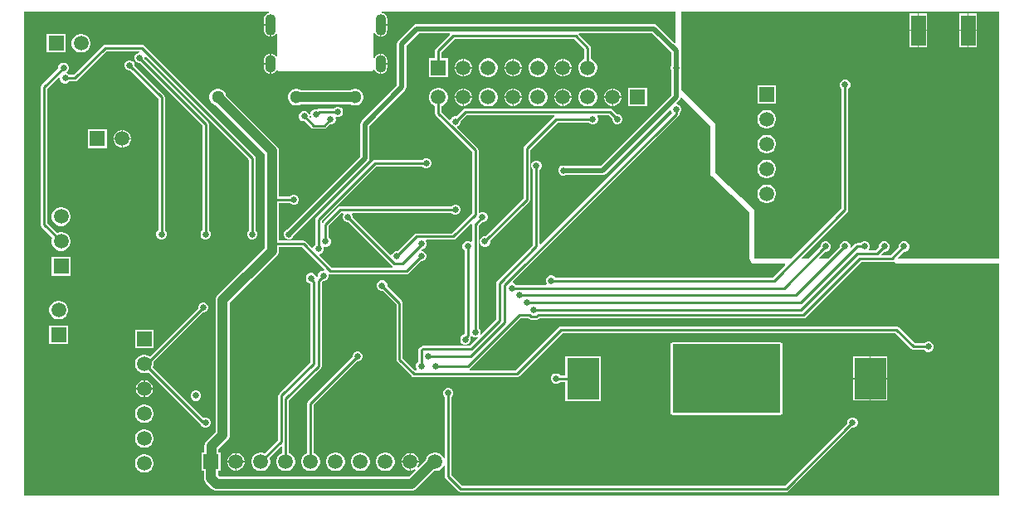
<source format=gbl>
G04*
G04 #@! TF.GenerationSoftware,Altium Limited,Altium Designer,21.6.1 (37)*
G04*
G04 Layer_Physical_Order=2*
G04 Layer_Color=16711680*
%FSLAX44Y44*%
%MOMM*%
G71*
G04*
G04 #@! TF.SameCoordinates,E457EF80-1144-4942-8A44-04504F566FFE*
G04*
G04*
G04 #@! TF.FilePolarity,Positive*
G04*
G01*
G75*
%ADD16C,0.2540*%
%ADD39R,1.5240X3.1640*%
%ADD81C,0.5080*%
%ADD83C,1.0160*%
%ADD85C,1.5240*%
%ADD86R,1.5000X1.5000*%
%ADD87C,1.5000*%
%ADD88R,1.5000X1.5000*%
G04:AMPARAMS|DCode=89|XSize=1.8mm|YSize=1.1mm|CornerRadius=0.55mm|HoleSize=0mm|Usage=FLASHONLY|Rotation=270.000|XOffset=0mm|YOffset=0mm|HoleType=Round|Shape=RoundedRectangle|*
%AMROUNDEDRECTD89*
21,1,1.8000,0.0000,0,0,270.0*
21,1,0.7000,1.1000,0,0,270.0*
1,1,1.1000,0.0000,-0.3500*
1,1,1.1000,0.0000,0.3500*
1,1,1.1000,0.0000,0.3500*
1,1,1.1000,0.0000,-0.3500*
%
%ADD89ROUNDEDRECTD89*%
G04:AMPARAMS|DCode=90|XSize=2.2mm|YSize=1.1mm|CornerRadius=0.55mm|HoleSize=0mm|Usage=FLASHONLY|Rotation=270.000|XOffset=0mm|YOffset=0mm|HoleType=Round|Shape=RoundedRectangle|*
%AMROUNDEDRECTD90*
21,1,2.2000,0.0000,0,0,270.0*
21,1,1.1000,1.1000,0,0,270.0*
1,1,1.1000,0.0000,-0.5500*
1,1,1.1000,0.0000,0.5500*
1,1,1.1000,0.0000,0.5500*
1,1,1.1000,0.0000,-0.5500*
%
%ADD90ROUNDEDRECTD90*%
%ADD91C,0.6500*%
%ADD92C,1.3000*%
%ADD93R,3.2000X4.2000*%
G36*
X667320Y465931D02*
X666147Y465445D01*
X648296Y483296D01*
X646784Y484307D01*
X645000Y484662D01*
X402976D01*
X401192Y484307D01*
X399680Y483296D01*
X384204Y467820D01*
X383193Y466308D01*
X382839Y464524D01*
Y421931D01*
X346704Y385796D01*
X345693Y384284D01*
X345338Y382500D01*
Y349431D01*
X271006Y275098D01*
X269508Y274478D01*
X268022Y272992D01*
X267218Y271051D01*
Y268949D01*
X268022Y267008D01*
X269508Y265522D01*
X271449Y264718D01*
X273551D01*
X275492Y265522D01*
X276978Y267008D01*
X277598Y268506D01*
X353296Y344204D01*
X354307Y345716D01*
X354661Y347500D01*
Y380569D01*
X390796Y416704D01*
X391807Y418216D01*
X392162Y420000D01*
Y462593D01*
X404907Y475338D01*
X436281D01*
X436807Y474068D01*
X422719Y459981D01*
X421990Y458888D01*
X421733Y457600D01*
Y449532D01*
X415568D01*
Y430468D01*
X434632D01*
Y449532D01*
X428467D01*
Y456205D01*
X441395Y469133D01*
X563605D01*
X574133Y458605D01*
Y448966D01*
X573821Y448882D01*
X571647Y447627D01*
X569873Y445853D01*
X568618Y443679D01*
X567968Y441255D01*
Y438745D01*
X568618Y436321D01*
X569873Y434147D01*
X571647Y432373D01*
X573821Y431118D01*
X576245Y430468D01*
X578755D01*
X581179Y431118D01*
X583353Y432373D01*
X585127Y434147D01*
X586382Y436321D01*
X587032Y438745D01*
Y441255D01*
X586382Y443679D01*
X585127Y445853D01*
X583353Y447627D01*
X581179Y448882D01*
X580867Y448966D01*
Y460000D01*
X580610Y461288D01*
X579881Y462381D01*
X568193Y474068D01*
X568719Y475338D01*
X643069D01*
X662839Y455569D01*
Y442548D01*
X662218Y441051D01*
Y438949D01*
X662839Y437452D01*
Y411931D01*
X590569Y339662D01*
X555048D01*
X553551Y340282D01*
X551449D01*
X549508Y339478D01*
X548022Y337992D01*
X547218Y336051D01*
Y333949D01*
X548022Y332008D01*
X549508Y330522D01*
X551449Y329718D01*
X553551D01*
X555048Y330338D01*
X592500D01*
X594284Y330693D01*
X595796Y331704D01*
X661045Y396952D01*
X662218Y396466D01*
Y396449D01*
X663022Y394508D01*
X663765Y393765D01*
X529540Y259540D01*
X528367Y260026D01*
Y335897D01*
X529478Y337008D01*
X530282Y338949D01*
Y341051D01*
X529478Y342992D01*
X527992Y344478D01*
X526051Y345282D01*
X523949D01*
X522008Y344478D01*
X520522Y342992D01*
X519718Y341051D01*
Y338949D01*
X520522Y337008D01*
X521633Y335897D01*
Y258895D01*
X485119Y222381D01*
X484390Y221288D01*
X484133Y220000D01*
Y182860D01*
X468403Y167130D01*
X467326Y167850D01*
X467782Y168949D01*
Y171051D01*
X466978Y172992D01*
X465867Y174103D01*
Y278605D01*
X469479Y282218D01*
X471051D01*
X472992Y283022D01*
X474478Y284508D01*
X475282Y286449D01*
Y288551D01*
X474478Y290492D01*
X472992Y291978D01*
X471051Y292782D01*
X468949D01*
X467137Y292031D01*
X465867Y292496D01*
Y355734D01*
X465610Y357023D01*
X464881Y358115D01*
X444329Y378666D01*
X444627Y380164D01*
X445492Y380522D01*
X446978Y382008D01*
X447782Y383949D01*
Y385521D01*
X453895Y391633D01*
X542957D01*
X543342Y390363D01*
X542619Y389881D01*
X512619Y359881D01*
X511890Y358788D01*
X511633Y357500D01*
Y306395D01*
X473021Y267782D01*
X471449D01*
X469508Y266978D01*
X468022Y265492D01*
X467218Y263551D01*
Y261449D01*
X468022Y259508D01*
X469508Y258022D01*
X471449Y257218D01*
X473551D01*
X475492Y258022D01*
X476978Y259508D01*
X477782Y261449D01*
Y263021D01*
X517381Y302619D01*
X518110Y303712D01*
X518367Y305000D01*
Y356105D01*
X546395Y384133D01*
X578397D01*
X579508Y383022D01*
X581449Y382218D01*
X583551D01*
X585492Y383022D01*
X586978Y384508D01*
X587782Y386449D01*
Y388551D01*
X587031Y390363D01*
X587496Y391633D01*
X598605D01*
X602218Y388021D01*
Y386449D01*
X603022Y384508D01*
X604508Y383022D01*
X606449Y382218D01*
X608551D01*
X610492Y383022D01*
X611978Y384508D01*
X612782Y386449D01*
Y388551D01*
X611978Y390492D01*
X610492Y391978D01*
X608551Y392782D01*
X606979D01*
X602381Y397381D01*
X601288Y398110D01*
X600000Y398367D01*
X452500D01*
X451212Y398110D01*
X450119Y397381D01*
X443021Y390282D01*
X441449D01*
X439508Y389478D01*
X438022Y387992D01*
X437664Y387127D01*
X436166Y386829D01*
X428467Y394529D01*
Y401034D01*
X428779Y401118D01*
X430953Y402373D01*
X432728Y404147D01*
X433982Y406321D01*
X434632Y408745D01*
Y411255D01*
X433982Y413679D01*
X432728Y415853D01*
X430953Y417627D01*
X428779Y418882D01*
X426355Y419532D01*
X423845D01*
X421421Y418882D01*
X419247Y417627D01*
X417472Y415853D01*
X416218Y413679D01*
X415568Y411255D01*
Y408745D01*
X416218Y406321D01*
X417472Y404147D01*
X419247Y402373D01*
X421421Y401118D01*
X421733Y401034D01*
Y393134D01*
X421990Y391846D01*
X422719Y390754D01*
X437406Y376068D01*
X437406Y376067D01*
X459133Y354340D01*
Y291395D01*
X438605Y270867D01*
X402500D01*
X401212Y270610D01*
X400119Y269881D01*
X383021Y252782D01*
X381449D01*
X379508Y251978D01*
X378022Y250492D01*
X377449Y249108D01*
X376045Y248717D01*
X337782Y286979D01*
Y288551D01*
X337031Y290363D01*
X337496Y291633D01*
X438397D01*
X439508Y290522D01*
X441449Y289718D01*
X443551D01*
X445492Y290522D01*
X446978Y292008D01*
X447782Y293949D01*
Y296051D01*
X446978Y297992D01*
X445492Y299478D01*
X443551Y300282D01*
X441449D01*
X439508Y299478D01*
X438397Y298367D01*
X325000D01*
X323712Y298110D01*
X322619Y297381D01*
X307619Y282381D01*
X307137Y281658D01*
X305867Y282043D01*
Y283605D01*
X361395Y339133D01*
X408397D01*
X409508Y338022D01*
X411449Y337218D01*
X413551D01*
X415492Y338022D01*
X416978Y339508D01*
X417782Y341449D01*
Y343551D01*
X416978Y345492D01*
X415492Y346978D01*
X413551Y347782D01*
X411449D01*
X409508Y346978D01*
X408397Y345867D01*
X360000D01*
X358712Y345610D01*
X357619Y344881D01*
X300119Y287381D01*
X299390Y286288D01*
X299133Y285000D01*
Y259103D01*
X298022Y257992D01*
X297449Y256608D01*
X296045Y256217D01*
X289881Y262381D01*
X288788Y263110D01*
X287500Y263367D01*
X262173D01*
Y301633D01*
X273397D01*
X274508Y300522D01*
X276449Y299718D01*
X278551D01*
X280492Y300522D01*
X281978Y302008D01*
X282782Y303949D01*
Y306051D01*
X281978Y307992D01*
X280492Y309478D01*
X278551Y310282D01*
X276449D01*
X274508Y309478D01*
X273397Y308367D01*
X262173D01*
Y355000D01*
X261929Y356857D01*
X261212Y358587D01*
X260072Y360072D01*
X208353Y411792D01*
X207951Y413293D01*
X206827Y415239D01*
X205239Y416827D01*
X203293Y417951D01*
X201123Y418532D01*
X198877D01*
X196707Y417951D01*
X194761Y416827D01*
X193173Y415239D01*
X192050Y413293D01*
X191468Y411123D01*
Y408877D01*
X192050Y406707D01*
X193173Y404761D01*
X194761Y403173D01*
X196707Y402049D01*
X198208Y401647D01*
X247827Y352029D01*
Y305000D01*
Y260000D01*
Y255471D01*
X199928Y207572D01*
X198788Y206087D01*
X198071Y204357D01*
X197827Y202500D01*
Y67971D01*
X188294Y58439D01*
X187154Y56953D01*
X186437Y55223D01*
X186193Y53366D01*
Y47032D01*
X183468D01*
Y27968D01*
X185827D01*
Y20952D01*
X186071Y19095D01*
X186788Y17365D01*
X187928Y15879D01*
X193879Y9928D01*
X195365Y8788D01*
X197095Y8071D01*
X198952Y7827D01*
X397790D01*
X399647Y8071D01*
X401377Y8788D01*
X402863Y9928D01*
X420903Y27968D01*
X422855D01*
X425279Y28618D01*
X427453Y29873D01*
X429227Y31647D01*
X430363Y33614D01*
X431101Y33591D01*
X431633Y33393D01*
Y22500D01*
X431890Y21212D01*
X432619Y20119D01*
X445119Y7619D01*
X446212Y6890D01*
X447500Y6633D01*
X780000D01*
X781288Y6890D01*
X782381Y7619D01*
X846979Y72218D01*
X848551D01*
X850492Y73022D01*
X851978Y74508D01*
X852782Y76449D01*
Y78551D01*
X851978Y80492D01*
X850492Y81978D01*
X848551Y82782D01*
X846449D01*
X844508Y81978D01*
X843022Y80492D01*
X842218Y78551D01*
Y76979D01*
X778605Y13367D01*
X448895D01*
X438367Y23895D01*
Y103397D01*
X439478Y104508D01*
X440282Y106449D01*
Y108551D01*
X439478Y110492D01*
X437992Y111978D01*
X436051Y112782D01*
X433949D01*
X432008Y111978D01*
X430522Y110492D01*
X429718Y108551D01*
Y106449D01*
X430522Y104508D01*
X431633Y103397D01*
Y41607D01*
X431101Y41409D01*
X430363Y41385D01*
X429227Y43353D01*
X427453Y45128D01*
X425279Y46382D01*
X422855Y47032D01*
X420345D01*
X417921Y46382D01*
X415747Y45128D01*
X413973Y43353D01*
X412718Y41179D01*
X412312Y39667D01*
X404580Y31934D01*
X403563Y32714D01*
X404372Y34115D01*
X404970Y36345D01*
Y36865D01*
X396835D01*
Y28730D01*
X397355D01*
X399585Y29328D01*
X400986Y30137D01*
X401766Y29120D01*
X394819Y22173D01*
X201923D01*
X200173Y23923D01*
Y27968D01*
X202532D01*
Y47032D01*
X200540D01*
Y50395D01*
X210072Y59928D01*
X211212Y61413D01*
X211929Y63143D01*
X212173Y65000D01*
Y199529D01*
X260072Y247428D01*
X261212Y248913D01*
X261929Y250643D01*
X262173Y252500D01*
Y256633D01*
X286105D01*
X308783Y233956D01*
X308161Y232782D01*
X306449D01*
X304508Y231978D01*
X303022Y230492D01*
X302218Y228551D01*
Y227110D01*
X301239Y226277D01*
X300051Y226608D01*
X299478Y227992D01*
X297992Y229478D01*
X296051Y230282D01*
X293949D01*
X292008Y229478D01*
X290522Y227992D01*
X289718Y226051D01*
Y223949D01*
X290522Y222008D01*
X292008Y220522D01*
X293949Y219718D01*
X294133D01*
Y138895D01*
X262619Y107381D01*
X261890Y106288D01*
X261649Y105079D01*
X261518Y104882D01*
X261261Y103594D01*
Y59722D01*
X247759Y46221D01*
X247479Y46382D01*
X245055Y47032D01*
X242545D01*
X240121Y46382D01*
X237947Y45128D01*
X236173Y43353D01*
X234918Y41179D01*
X234268Y38755D01*
Y36245D01*
X234918Y33821D01*
X236173Y31647D01*
X237947Y29873D01*
X240121Y28618D01*
X242545Y27968D01*
X245055D01*
X247479Y28618D01*
X249653Y29873D01*
X251427Y31647D01*
X252682Y33821D01*
X253332Y36245D01*
Y38755D01*
X252682Y41179D01*
X252521Y41459D01*
X264660Y53599D01*
X265833Y53113D01*
Y46466D01*
X265521Y46382D01*
X263347Y45128D01*
X261572Y43353D01*
X260318Y41179D01*
X259668Y38755D01*
Y36245D01*
X260318Y33821D01*
X261572Y31647D01*
X263347Y29873D01*
X265521Y28618D01*
X267945Y27968D01*
X270455D01*
X272879Y28618D01*
X275053Y29873D01*
X276828Y31647D01*
X278082Y33821D01*
X278732Y36245D01*
Y38755D01*
X278082Y41179D01*
X276828Y43353D01*
X275053Y45128D01*
X272879Y46382D01*
X272567Y46466D01*
Y100306D01*
X304881Y132619D01*
X305610Y133712D01*
X305867Y135000D01*
Y221105D01*
X306979Y222218D01*
X308551D01*
X310492Y223022D01*
X311978Y224508D01*
X312782Y226449D01*
Y228483D01*
X313321Y229018D01*
X313818Y229368D01*
X315000Y229133D01*
X392500D01*
X393788Y229390D01*
X394881Y230119D01*
X406979Y242218D01*
X408551D01*
X410492Y243022D01*
X411978Y244508D01*
X412782Y246449D01*
Y248551D01*
X411978Y250492D01*
X410492Y251978D01*
X408551Y252782D01*
X408019D01*
X407465Y254020D01*
X408010Y254718D01*
X408551D01*
X410492Y255522D01*
X411978Y257008D01*
X412782Y258949D01*
Y261051D01*
X412031Y262863D01*
X412496Y264133D01*
X440000D01*
X441288Y264390D01*
X442381Y265119D01*
X457982Y280721D01*
X459152Y280095D01*
X459133Y280000D01*
Y262496D01*
X457863Y262031D01*
X456051Y262782D01*
X453949D01*
X452008Y261978D01*
X450522Y260492D01*
X449718Y258551D01*
Y256449D01*
X450522Y254508D01*
X451633Y253397D01*
Y167782D01*
X451449D01*
X449508Y166978D01*
X448022Y165492D01*
X447218Y163551D01*
Y161449D01*
X448022Y159508D01*
X449508Y158022D01*
X451449Y157218D01*
X453551D01*
X455492Y158022D01*
X456978Y159508D01*
X457782Y161449D01*
Y163551D01*
X457619Y163944D01*
X458110Y164680D01*
X458184Y165050D01*
X459492Y165516D01*
X459568Y165497D01*
X461449Y164718D01*
X463551D01*
X464650Y165174D01*
X465370Y164097D01*
X457140Y155867D01*
X408988D01*
X407700Y155610D01*
X406607Y154881D01*
X405119Y153393D01*
X404390Y152301D01*
X404133Y151012D01*
Y139103D01*
X403022Y137992D01*
X402218Y136051D01*
Y133949D01*
X402948Y132187D01*
X402394Y131052D01*
X401327Y130934D01*
X388746Y143516D01*
Y199621D01*
X388489Y200910D01*
X387760Y202002D01*
X372782Y216979D01*
Y218551D01*
X371978Y220492D01*
X370492Y221978D01*
X368551Y222782D01*
X366449D01*
X364508Y221978D01*
X363022Y220492D01*
X362218Y218551D01*
Y216449D01*
X363022Y214508D01*
X364508Y213022D01*
X366449Y212218D01*
X368021D01*
X382012Y198227D01*
Y142121D01*
X382268Y140833D01*
X382998Y139740D01*
X397619Y125119D01*
X398712Y124390D01*
X400000Y124133D01*
X505000D01*
X506288Y124390D01*
X507381Y125119D01*
X551395Y169133D01*
X891105D01*
X907619Y152619D01*
X908712Y151890D01*
X910000Y151633D01*
X920897D01*
X922008Y150522D01*
X923949Y149718D01*
X926051D01*
X927992Y150522D01*
X929478Y152008D01*
X930282Y153949D01*
Y156051D01*
X929478Y157992D01*
X927992Y159478D01*
X926051Y160282D01*
X923949D01*
X922008Y159478D01*
X920897Y158367D01*
X911395D01*
X894881Y174881D01*
X893788Y175610D01*
X892500Y175867D01*
X550000D01*
X548712Y175610D01*
X547619Y174881D01*
X503605Y130867D01*
X457043D01*
X456658Y132137D01*
X457381Y132619D01*
X508895Y184133D01*
X516839D01*
X517406Y183567D01*
X518498Y182838D01*
X519786Y182581D01*
X525214D01*
X526502Y182838D01*
X527594Y183567D01*
X528161Y184133D01*
X797500D01*
X798788Y184390D01*
X799881Y185119D01*
X856395Y241633D01*
X887500D01*
X888788Y241890D01*
X889549Y242398D01*
X890258Y241338D01*
X890258Y241338D01*
X891938Y240215D01*
X893921Y239820D01*
X997410D01*
Y2590D01*
X2590D01*
Y497410D01*
X252088D01*
X252171Y496140D01*
X251833Y496096D01*
X250186Y495414D01*
X248772Y494328D01*
X247686Y492914D01*
X247004Y491267D01*
X246772Y489500D01*
Y484635D01*
X253600D01*
Y484000D01*
X254235D01*
Y471755D01*
X255367Y471904D01*
X257014Y472586D01*
X258428Y473672D01*
X259140Y474599D01*
X260410Y474168D01*
Y451832D01*
X259140Y451401D01*
X258428Y452328D01*
X257014Y453414D01*
X255367Y454096D01*
X254235Y454245D01*
Y444000D01*
Y433755D01*
X255367Y433904D01*
X257014Y434586D01*
X258428Y435672D01*
X259514Y437086D01*
X259584Y437255D01*
X261017Y437396D01*
X261169Y437169D01*
X262009Y436608D01*
X263000Y436410D01*
X356000D01*
X356991Y436608D01*
X357831Y437169D01*
X358354Y437951D01*
X358687Y438015D01*
X359693Y438036D01*
X360086Y437086D01*
X361172Y435672D01*
X362586Y434586D01*
X364233Y433904D01*
X365365Y433755D01*
Y444000D01*
Y454245D01*
X364233Y454096D01*
X362586Y453414D01*
X361172Y452328D01*
X360086Y450914D01*
X359860Y450367D01*
X358590Y450619D01*
Y475381D01*
X359860Y475633D01*
X360086Y475086D01*
X361172Y473672D01*
X362586Y472586D01*
X364233Y471904D01*
X365365Y471755D01*
Y484000D01*
X366000D01*
Y484635D01*
X372828D01*
Y489500D01*
X372596Y491267D01*
X371914Y492914D01*
X370828Y494328D01*
X369414Y495414D01*
X367767Y496096D01*
X367429Y496140D01*
X367512Y497410D01*
X667320D01*
Y465931D01*
D02*
G37*
G36*
X327394Y291448D02*
X327948Y290313D01*
X327218Y288551D01*
Y286449D01*
X328022Y284508D01*
X329508Y283022D01*
X331449Y282218D01*
X333021D01*
X377619Y237619D01*
X378342Y237137D01*
X377957Y235867D01*
X316395D01*
X303717Y248545D01*
X304108Y249949D01*
X305492Y250522D01*
X306978Y252008D01*
X307782Y253949D01*
Y256051D01*
X307644Y256384D01*
X308616Y257356D01*
X308949Y257218D01*
X311051D01*
X312992Y258022D01*
X314478Y259508D01*
X315282Y261449D01*
Y263551D01*
X314478Y265492D01*
X313367Y266603D01*
Y278605D01*
X326327Y291566D01*
X327394Y291448D01*
D02*
G37*
G36*
X997410Y245000D02*
X893921D01*
X893435Y246173D01*
X899479Y252218D01*
X901051D01*
X902992Y253022D01*
X904478Y254508D01*
X905282Y256449D01*
Y258551D01*
X904478Y260492D01*
X902992Y261978D01*
X901051Y262782D01*
X898949D01*
X897008Y261978D01*
X895522Y260492D01*
X894718Y258551D01*
Y256979D01*
X886105Y248367D01*
X877287D01*
X876801Y249540D01*
X879479Y252218D01*
X881051D01*
X882992Y253022D01*
X884478Y254508D01*
X885282Y256449D01*
Y258551D01*
X884478Y260492D01*
X882992Y261978D01*
X881051Y262782D01*
X878949D01*
X877008Y261978D01*
X875522Y260492D01*
X874718Y258551D01*
Y256979D01*
X871105Y253367D01*
X864996D01*
X864531Y254637D01*
X865282Y256449D01*
Y258551D01*
X864478Y260492D01*
X862992Y261978D01*
X861051Y262782D01*
X858949D01*
X857008Y261978D01*
X855897Y260867D01*
X852500D01*
X851212Y260610D01*
X850119Y259881D01*
X846456Y256217D01*
X845282Y256839D01*
Y258551D01*
X844478Y260492D01*
X842992Y261978D01*
X841051Y262782D01*
X838949D01*
X837008Y261978D01*
X835522Y260492D01*
X834718Y258551D01*
Y256979D01*
X822739Y245000D01*
X813921D01*
X813435Y246173D01*
X819479Y252218D01*
X821051D01*
X822992Y253022D01*
X824478Y254508D01*
X825282Y256449D01*
Y258551D01*
X824478Y260492D01*
X822992Y261978D01*
X821051Y262782D01*
X818949D01*
X817008Y261978D01*
X815522Y260492D01*
X814718Y258551D01*
Y256979D01*
X802739Y245000D01*
X796421D01*
X795935Y246173D01*
X842381Y292619D01*
X843110Y293712D01*
X843367Y295000D01*
Y418397D01*
X844478Y419508D01*
X845282Y421449D01*
Y423551D01*
X844478Y425492D01*
X842992Y426978D01*
X841051Y427782D01*
X838949D01*
X837008Y426978D01*
X835522Y425492D01*
X834718Y423551D01*
Y421449D01*
X835522Y419508D01*
X836633Y418397D01*
Y296395D01*
X785239Y245000D01*
X747500D01*
Y295000D01*
X707500Y332500D01*
Y382500D01*
X672500Y417500D01*
Y438269D01*
X672782Y438949D01*
Y441051D01*
X672500Y441731D01*
Y497410D01*
X997410D01*
Y245000D01*
D02*
G37*
G36*
X702320Y380355D02*
Y332500D01*
X702337Y332417D01*
X702323Y332333D01*
X702534Y331429D01*
X702715Y330518D01*
X702762Y330447D01*
X702781Y330365D01*
X703322Y329610D01*
X703838Y328838D01*
X703908Y328790D01*
X703958Y328721D01*
X742320Y292756D01*
Y245000D01*
X742715Y243018D01*
X743838Y241338D01*
X745518Y240215D01*
X747500Y239820D01*
X778400D01*
X778886Y238647D01*
X766105Y225867D01*
X544103D01*
X542992Y226978D01*
X541051Y227782D01*
X538949D01*
X537008Y226978D01*
X535522Y225492D01*
X534718Y223551D01*
Y221449D01*
X535469Y219637D01*
X535004Y218367D01*
X504103D01*
X502992Y219478D01*
X501440Y220121D01*
X500978Y221455D01*
X669809Y390287D01*
X670539Y391379D01*
X670795Y392667D01*
Y393325D01*
X671978Y394508D01*
X672782Y396449D01*
Y398551D01*
X671978Y400492D01*
X670492Y401978D01*
X668551Y402782D01*
X668534D01*
X668048Y403955D01*
X670796Y406704D01*
X671807Y408216D01*
X671949Y408930D01*
X673327Y409348D01*
X702320Y380355D01*
D02*
G37*
%LPC*%
G36*
X252965Y483365D02*
X246772D01*
Y478500D01*
X247004Y476733D01*
X247686Y475086D01*
X248772Y473672D01*
X250186Y472586D01*
X251833Y471904D01*
X252965Y471755D01*
Y483365D01*
D02*
G37*
G36*
X372828D02*
X366635D01*
Y471755D01*
X367767Y471904D01*
X369414Y472586D01*
X370828Y473672D01*
X371914Y475086D01*
X372596Y476733D01*
X372828Y478500D01*
Y483365D01*
D02*
G37*
G36*
X61655Y474532D02*
X59145D01*
X56721Y473882D01*
X54547Y472627D01*
X52772Y470853D01*
X51518Y468679D01*
X50868Y466255D01*
Y463745D01*
X51518Y461321D01*
X52772Y459147D01*
X54547Y457373D01*
X56721Y456118D01*
X59145Y455468D01*
X61655D01*
X64079Y456118D01*
X66253Y457373D01*
X68028Y459147D01*
X69282Y461321D01*
X69932Y463745D01*
Y466255D01*
X69282Y468679D01*
X68028Y470853D01*
X66253Y472627D01*
X64079Y473882D01*
X61655Y474532D01*
D02*
G37*
G36*
X44532D02*
X25468D01*
Y455468D01*
X44532D01*
Y474532D01*
D02*
G37*
G36*
X366635Y454245D02*
Y444635D01*
X372828D01*
Y447500D01*
X372596Y449267D01*
X371914Y450914D01*
X370828Y452328D01*
X369414Y453414D01*
X367767Y454096D01*
X366635Y454245D01*
D02*
G37*
G36*
X252965D02*
X251833Y454096D01*
X250186Y453414D01*
X248772Y452328D01*
X247686Y450914D01*
X247004Y449267D01*
X246772Y447500D01*
Y444635D01*
X252965D01*
Y454245D01*
D02*
G37*
G36*
X553255Y448770D02*
X552735D01*
Y440635D01*
X560870D01*
Y441155D01*
X560272Y443385D01*
X559118Y445385D01*
X557485Y447018D01*
X555485Y448172D01*
X553255Y448770D01*
D02*
G37*
G36*
X551465D02*
X550945D01*
X548715Y448172D01*
X546715Y447018D01*
X545082Y445385D01*
X543928Y443385D01*
X543330Y441155D01*
Y440635D01*
X551465D01*
Y448770D01*
D02*
G37*
G36*
X502454D02*
X501935D01*
Y440635D01*
X510070D01*
Y441155D01*
X509472Y443385D01*
X508318Y445385D01*
X506685Y447018D01*
X504685Y448172D01*
X502454Y448770D01*
D02*
G37*
G36*
X500665D02*
X500145D01*
X497915Y448172D01*
X495915Y447018D01*
X494282Y445385D01*
X493128Y443385D01*
X492530Y441155D01*
Y440635D01*
X500665D01*
Y448770D01*
D02*
G37*
G36*
X451655D02*
X451135D01*
Y440635D01*
X459270D01*
Y441155D01*
X458672Y443385D01*
X457518Y445385D01*
X455885Y447018D01*
X453885Y448172D01*
X451655Y448770D01*
D02*
G37*
G36*
X449865D02*
X449345D01*
X447115Y448172D01*
X445115Y447018D01*
X443482Y445385D01*
X442328Y443385D01*
X441730Y441155D01*
Y440635D01*
X449865D01*
Y448770D01*
D02*
G37*
G36*
X252965Y443365D02*
X246772D01*
Y440500D01*
X247004Y438733D01*
X247686Y437086D01*
X248772Y435672D01*
X250186Y434586D01*
X251833Y433904D01*
X252965Y433755D01*
Y443365D01*
D02*
G37*
G36*
X372828D02*
X366635D01*
Y433755D01*
X367767Y433904D01*
X369414Y434586D01*
X370828Y435672D01*
X371914Y437086D01*
X372596Y438733D01*
X372828Y440500D01*
Y443365D01*
D02*
G37*
G36*
X560870Y439365D02*
X552735D01*
Y431230D01*
X553255D01*
X555485Y431828D01*
X557485Y432982D01*
X559118Y434615D01*
X560272Y436615D01*
X560870Y438845D01*
Y439365D01*
D02*
G37*
G36*
X551465D02*
X543330D01*
Y438845D01*
X543928Y436615D01*
X545082Y434615D01*
X546715Y432982D01*
X548715Y431828D01*
X550945Y431230D01*
X551465D01*
Y439365D01*
D02*
G37*
G36*
X510070D02*
X501935D01*
Y431230D01*
X502454D01*
X504685Y431828D01*
X506685Y432982D01*
X508318Y434615D01*
X509472Y436615D01*
X510070Y438845D01*
Y439365D01*
D02*
G37*
G36*
X500665D02*
X492530D01*
Y438845D01*
X493128Y436615D01*
X494282Y434615D01*
X495915Y432982D01*
X497915Y431828D01*
X500145Y431230D01*
X500665D01*
Y439365D01*
D02*
G37*
G36*
X459270D02*
X451135D01*
Y431230D01*
X451655D01*
X453885Y431828D01*
X455885Y432982D01*
X457518Y434615D01*
X458672Y436615D01*
X459270Y438845D01*
Y439365D01*
D02*
G37*
G36*
X449865D02*
X441730D01*
Y438845D01*
X442328Y436615D01*
X443482Y434615D01*
X445115Y432982D01*
X447115Y431828D01*
X449345Y431230D01*
X449865D01*
Y439365D01*
D02*
G37*
G36*
X527955Y449532D02*
X525445D01*
X523021Y448882D01*
X520847Y447627D01*
X519072Y445853D01*
X517818Y443679D01*
X517168Y441255D01*
Y438745D01*
X517818Y436321D01*
X519072Y434147D01*
X520847Y432373D01*
X523021Y431118D01*
X525445Y430468D01*
X527955D01*
X530379Y431118D01*
X532553Y432373D01*
X534328Y434147D01*
X535582Y436321D01*
X536232Y438745D01*
Y441255D01*
X535582Y443679D01*
X534328Y445853D01*
X532553Y447627D01*
X530379Y448882D01*
X527955Y449532D01*
D02*
G37*
G36*
X477155D02*
X474645D01*
X472221Y448882D01*
X470047Y447627D01*
X468273Y445853D01*
X467018Y443679D01*
X466368Y441255D01*
Y438745D01*
X467018Y436321D01*
X468273Y434147D01*
X470047Y432373D01*
X472221Y431118D01*
X474645Y430468D01*
X477155D01*
X479579Y431118D01*
X481753Y432373D01*
X483527Y434147D01*
X484782Y436321D01*
X485432Y438745D01*
Y441255D01*
X484782Y443679D01*
X483527Y445853D01*
X481753Y447627D01*
X479579Y448882D01*
X477155Y449532D01*
D02*
G37*
G36*
X341123Y418532D02*
X338877D01*
X336707Y417951D01*
X335361Y417173D01*
X284639D01*
X283293Y417951D01*
X281123Y418532D01*
X278877D01*
X276707Y417951D01*
X274761Y416827D01*
X273173Y415239D01*
X272049Y413293D01*
X271468Y411123D01*
Y408877D01*
X272049Y406707D01*
X273173Y404761D01*
X274761Y403173D01*
X276707Y402049D01*
X278877Y401468D01*
X281123D01*
X283293Y402049D01*
X284639Y402827D01*
X335361D01*
X336707Y402049D01*
X338877Y401468D01*
X341123D01*
X343293Y402049D01*
X345239Y403173D01*
X346827Y404761D01*
X347951Y406707D01*
X348532Y408877D01*
Y411123D01*
X347951Y413293D01*
X346827Y415239D01*
X345239Y416827D01*
X343293Y417951D01*
X341123Y418532D01*
D02*
G37*
G36*
X502454Y418770D02*
X501935D01*
Y410635D01*
X510070D01*
Y411155D01*
X509472Y413385D01*
X508318Y415385D01*
X506685Y417018D01*
X504685Y418172D01*
X502454Y418770D01*
D02*
G37*
G36*
X604054D02*
X603535D01*
Y410635D01*
X611670D01*
Y411155D01*
X611072Y413385D01*
X609918Y415385D01*
X608285Y417018D01*
X606285Y418172D01*
X604054Y418770D01*
D02*
G37*
G36*
X553255D02*
X552735D01*
Y410635D01*
X560870D01*
Y411155D01*
X560272Y413385D01*
X559118Y415385D01*
X557485Y417018D01*
X555485Y418172D01*
X553255Y418770D01*
D02*
G37*
G36*
X451655D02*
X451135D01*
Y410635D01*
X459270D01*
Y411155D01*
X458672Y413385D01*
X457518Y415385D01*
X455885Y417018D01*
X453885Y418172D01*
X451655Y418770D01*
D02*
G37*
G36*
X500665D02*
X500145D01*
X497915Y418172D01*
X495915Y417018D01*
X494282Y415385D01*
X493128Y413385D01*
X492530Y411155D01*
Y410635D01*
X500665D01*
Y418770D01*
D02*
G37*
G36*
X602265D02*
X601745D01*
X599515Y418172D01*
X597515Y417018D01*
X595882Y415385D01*
X594728Y413385D01*
X594130Y411155D01*
Y410635D01*
X602265D01*
Y418770D01*
D02*
G37*
G36*
X551465D02*
X550945D01*
X548715Y418172D01*
X546715Y417018D01*
X545082Y415385D01*
X543928Y413385D01*
X543330Y411155D01*
Y410635D01*
X551465D01*
Y418770D01*
D02*
G37*
G36*
X449865D02*
X449345D01*
X447115Y418172D01*
X445115Y417018D01*
X443482Y415385D01*
X442328Y413385D01*
X441730Y411155D01*
Y410635D01*
X449865D01*
Y418770D01*
D02*
G37*
G36*
X611670Y409365D02*
X603535D01*
Y401230D01*
X604054D01*
X606285Y401828D01*
X608285Y402982D01*
X609918Y404615D01*
X611072Y406615D01*
X611670Y408845D01*
Y409365D01*
D02*
G37*
G36*
X602265D02*
X594130D01*
Y408845D01*
X594728Y406615D01*
X595882Y404615D01*
X597515Y402982D01*
X599515Y401828D01*
X601745Y401230D01*
X602265D01*
Y409365D01*
D02*
G37*
G36*
X560870D02*
X552735D01*
Y401230D01*
X553255D01*
X555485Y401828D01*
X557485Y402982D01*
X559118Y404615D01*
X560272Y406615D01*
X560870Y408845D01*
Y409365D01*
D02*
G37*
G36*
X551465D02*
X543330D01*
Y408845D01*
X543928Y406615D01*
X545082Y404615D01*
X546715Y402982D01*
X548715Y401828D01*
X550945Y401230D01*
X551465D01*
Y409365D01*
D02*
G37*
G36*
X510070D02*
X501935D01*
Y401230D01*
X502454D01*
X504685Y401828D01*
X506685Y402982D01*
X508318Y404615D01*
X509472Y406615D01*
X510070Y408845D01*
Y409365D01*
D02*
G37*
G36*
X500665D02*
X492530D01*
Y408845D01*
X493128Y406615D01*
X494282Y404615D01*
X495915Y402982D01*
X497915Y401828D01*
X500145Y401230D01*
X500665D01*
Y409365D01*
D02*
G37*
G36*
X459270D02*
X451135D01*
Y401230D01*
X451655D01*
X453885Y401828D01*
X455885Y402982D01*
X457518Y404615D01*
X458672Y406615D01*
X459270Y408845D01*
Y409365D01*
D02*
G37*
G36*
X449865D02*
X441730D01*
Y408845D01*
X442328Y406615D01*
X443482Y404615D01*
X445115Y402982D01*
X447115Y401828D01*
X449345Y401230D01*
X449865D01*
Y409365D01*
D02*
G37*
G36*
X637832Y419532D02*
X618768D01*
Y400468D01*
X637832D01*
Y419532D01*
D02*
G37*
G36*
X578755D02*
X576245D01*
X573821Y418882D01*
X571647Y417627D01*
X569873Y415853D01*
X568618Y413679D01*
X567968Y411255D01*
Y408745D01*
X568618Y406321D01*
X569873Y404147D01*
X571647Y402373D01*
X573821Y401118D01*
X576245Y400468D01*
X578755D01*
X581179Y401118D01*
X583353Y402373D01*
X585127Y404147D01*
X586382Y406321D01*
X587032Y408745D01*
Y411255D01*
X586382Y413679D01*
X585127Y415853D01*
X583353Y417627D01*
X581179Y418882D01*
X578755Y419532D01*
D02*
G37*
G36*
X527955D02*
X525445D01*
X523021Y418882D01*
X520847Y417627D01*
X519072Y415853D01*
X517818Y413679D01*
X517168Y411255D01*
Y408745D01*
X517818Y406321D01*
X519072Y404147D01*
X520847Y402373D01*
X523021Y401118D01*
X525445Y400468D01*
X527955D01*
X530379Y401118D01*
X532553Y402373D01*
X534328Y404147D01*
X535582Y406321D01*
X536232Y408745D01*
Y411255D01*
X535582Y413679D01*
X534328Y415853D01*
X532553Y417627D01*
X530379Y418882D01*
X527955Y419532D01*
D02*
G37*
G36*
X477155D02*
X474645D01*
X472221Y418882D01*
X470047Y417627D01*
X468273Y415853D01*
X467018Y413679D01*
X466368Y411255D01*
Y408745D01*
X467018Y406321D01*
X468273Y404147D01*
X470047Y402373D01*
X472221Y401118D01*
X474645Y400468D01*
X477155D01*
X479579Y401118D01*
X481753Y402373D01*
X483527Y404147D01*
X484782Y406321D01*
X485432Y408745D01*
Y411255D01*
X484782Y413679D01*
X483527Y415853D01*
X481753Y417627D01*
X479579Y418882D01*
X477155Y419532D01*
D02*
G37*
G36*
X323551Y400282D02*
X321449D01*
X319508Y399478D01*
X318397Y398367D01*
X303468D01*
X302180Y398110D01*
X301444Y397619D01*
X301051Y397782D01*
X298949D01*
X297008Y396978D01*
X295522Y395492D01*
X294718Y393551D01*
Y391449D01*
X295522Y389508D01*
X294595Y388680D01*
X293304Y389971D01*
Y391543D01*
X292500Y393484D01*
X291014Y394970D01*
X289073Y395774D01*
X286971D01*
X285030Y394970D01*
X283544Y393484D01*
X282740Y391543D01*
Y389441D01*
X283544Y387500D01*
X285030Y386014D01*
X286971Y385210D01*
X288543D01*
X295186Y378567D01*
X296278Y377838D01*
X297566Y377581D01*
X308448D01*
X309736Y377838D01*
X310829Y378567D01*
X314479Y382218D01*
X316051D01*
X317992Y383022D01*
X319478Y384508D01*
X320282Y386449D01*
Y388551D01*
X320144Y388884D01*
X321116Y389856D01*
X321449Y389718D01*
X323551D01*
X325492Y390522D01*
X326978Y392008D01*
X327782Y393949D01*
Y396051D01*
X326978Y397992D01*
X325492Y399478D01*
X323551Y400282D01*
D02*
G37*
G36*
X103655Y376270D02*
X103135D01*
Y368135D01*
X111270D01*
Y368655D01*
X110672Y370885D01*
X109518Y372885D01*
X107885Y374518D01*
X105885Y375672D01*
X103655Y376270D01*
D02*
G37*
G36*
X101865D02*
X101345D01*
X99115Y375672D01*
X97115Y374518D01*
X95482Y372885D01*
X94328Y370885D01*
X93730Y368655D01*
Y368135D01*
X101865D01*
Y376270D01*
D02*
G37*
G36*
X111270Y366865D02*
X103135D01*
Y358730D01*
X103655D01*
X105885Y359328D01*
X107885Y360482D01*
X109518Y362115D01*
X110672Y364115D01*
X111270Y366345D01*
Y366865D01*
D02*
G37*
G36*
X101865D02*
X93730D01*
Y366345D01*
X94328Y364115D01*
X95482Y362115D01*
X97115Y360482D01*
X99115Y359328D01*
X101345Y358730D01*
X101865D01*
Y366865D01*
D02*
G37*
G36*
X86632Y377032D02*
X67568D01*
Y357968D01*
X86632D01*
Y377032D01*
D02*
G37*
G36*
X41255Y297432D02*
X38745D01*
X36321Y296782D01*
X34147Y295527D01*
X32373Y293753D01*
X31118Y291579D01*
X30468Y289155D01*
Y286645D01*
X31118Y284221D01*
X32373Y282047D01*
X34147Y280273D01*
X36321Y279018D01*
X38745Y278368D01*
X41255D01*
X43679Y279018D01*
X45853Y280273D01*
X47628Y282047D01*
X48882Y284221D01*
X49532Y286645D01*
Y289155D01*
X48882Y291579D01*
X47628Y293753D01*
X45853Y295527D01*
X43679Y296782D01*
X41255Y297432D01*
D02*
G37*
G36*
X122500Y463367D02*
X85000D01*
X83712Y463110D01*
X82619Y462381D01*
X52902Y432663D01*
X48400D01*
X47289Y433774D01*
X45940Y434333D01*
X45791Y434730D01*
X45722Y435752D01*
X46978Y437008D01*
X47782Y438949D01*
Y441051D01*
X46978Y442992D01*
X45492Y444478D01*
X43551Y445282D01*
X41449D01*
X39508Y444478D01*
X38022Y442992D01*
X37218Y441051D01*
Y439479D01*
X20119Y422381D01*
X19390Y421288D01*
X19133Y420000D01*
Y280000D01*
X19390Y278712D01*
X20119Y277619D01*
X31279Y266459D01*
X31118Y266179D01*
X30468Y263755D01*
Y261245D01*
X31118Y258821D01*
X32373Y256647D01*
X34147Y254872D01*
X36321Y253618D01*
X38745Y252968D01*
X41255D01*
X43679Y253618D01*
X45853Y254872D01*
X47628Y256647D01*
X48882Y258821D01*
X49532Y261245D01*
Y263755D01*
X48882Y266179D01*
X47628Y268353D01*
X45853Y270128D01*
X43679Y271382D01*
X41255Y272032D01*
X38745D01*
X36321Y271382D01*
X36041Y271221D01*
X25867Y281395D01*
Y418605D01*
X37841Y430580D01*
X39015Y429957D01*
Y428246D01*
X39819Y426305D01*
X41305Y424819D01*
X43246Y424015D01*
X45347D01*
X47289Y424819D01*
X48400Y425930D01*
X54297D01*
X55585Y426186D01*
X56677Y426916D01*
X86395Y456633D01*
X119940D01*
X119989Y456552D01*
X119271Y455282D01*
X118949D01*
X117008Y454478D01*
X115522Y452992D01*
X114718Y451051D01*
Y448949D01*
X115522Y447008D01*
X117008Y445522D01*
X118949Y444718D01*
X120521D01*
X184133Y381105D01*
Y274103D01*
X183022Y272992D01*
X182218Y271051D01*
Y268949D01*
X183022Y267008D01*
X184508Y265522D01*
X186449Y264718D01*
X188551D01*
X190492Y265522D01*
X191978Y267008D01*
X192782Y268949D01*
Y271051D01*
X191978Y272992D01*
X190867Y274103D01*
Y382500D01*
X190610Y383788D01*
X189881Y384881D01*
X125282Y449479D01*
Y450661D01*
X126456Y451283D01*
X231633Y346105D01*
Y274103D01*
X230522Y272992D01*
X229718Y271051D01*
Y268949D01*
X230522Y267008D01*
X232008Y265522D01*
X233949Y264718D01*
X236051D01*
X237992Y265522D01*
X239478Y267008D01*
X240282Y268949D01*
Y271051D01*
X239478Y272992D01*
X238367Y274103D01*
Y347500D01*
X238110Y348788D01*
X237381Y349881D01*
X124881Y462381D01*
X123788Y463110D01*
X122500Y463367D01*
D02*
G37*
G36*
X111051Y447782D02*
X108949D01*
X107008Y446978D01*
X105522Y445492D01*
X104718Y443551D01*
Y441449D01*
X105522Y439508D01*
X107008Y438022D01*
X108949Y437218D01*
X110521D01*
X139133Y408605D01*
Y274103D01*
X138022Y272992D01*
X137218Y271051D01*
Y268949D01*
X138022Y267008D01*
X139508Y265522D01*
X141449Y264718D01*
X143551D01*
X145492Y265522D01*
X146978Y267008D01*
X147782Y268949D01*
Y271051D01*
X146978Y272992D01*
X145867Y274103D01*
Y410000D01*
X145610Y411288D01*
X144881Y412381D01*
X115282Y441979D01*
Y443551D01*
X114478Y445492D01*
X112992Y446978D01*
X111051Y447782D01*
D02*
G37*
G36*
X49532Y246632D02*
X30468D01*
Y227568D01*
X49532D01*
Y246632D01*
D02*
G37*
G36*
X38755Y202032D02*
X36245D01*
X33821Y201382D01*
X31647Y200128D01*
X29873Y198353D01*
X28618Y196179D01*
X27968Y193755D01*
Y191245D01*
X28618Y188821D01*
X29873Y186647D01*
X31647Y184872D01*
X33821Y183618D01*
X36245Y182968D01*
X38755D01*
X41179Y183618D01*
X43353Y184872D01*
X45128Y186647D01*
X46382Y188821D01*
X47032Y191245D01*
Y193755D01*
X46382Y196179D01*
X45128Y198353D01*
X43353Y200128D01*
X41179Y201382D01*
X38755Y202032D01*
D02*
G37*
G36*
X47032Y176632D02*
X27968D01*
Y157568D01*
X47032D01*
Y176632D01*
D02*
G37*
G36*
X134532Y172432D02*
X115468D01*
Y153368D01*
X134532D01*
Y172432D01*
D02*
G37*
G36*
X186051Y200282D02*
X183949D01*
X182008Y199478D01*
X180522Y197992D01*
X179718Y196051D01*
Y194479D01*
X130544Y145306D01*
X128679Y146382D01*
X126255Y147032D01*
X123745D01*
X121321Y146382D01*
X119147Y145127D01*
X117373Y143353D01*
X116118Y141179D01*
X115468Y138755D01*
Y136245D01*
X116118Y133821D01*
X117373Y131647D01*
X119147Y129873D01*
X121321Y128618D01*
X123745Y127968D01*
X126255D01*
X128679Y128618D01*
X128959Y128779D01*
X181862Y75877D01*
X182682Y75329D01*
X183022Y74508D01*
X184508Y73022D01*
X186449Y72218D01*
X188551D01*
X190492Y73022D01*
X191978Y74508D01*
X192782Y76449D01*
Y78551D01*
X191978Y80492D01*
X190492Y81978D01*
X188551Y82782D01*
X186449D01*
X185056Y82205D01*
X133721Y133541D01*
X133882Y133821D01*
X134532Y136245D01*
Y138755D01*
X134317Y139556D01*
X184479Y189718D01*
X186051D01*
X187992Y190522D01*
X189478Y192008D01*
X190282Y193949D01*
Y196051D01*
X189478Y197992D01*
X187992Y199478D01*
X186051Y200282D01*
D02*
G37*
G36*
X590532Y145532D02*
X554468D01*
Y125867D01*
X549103D01*
X547992Y126978D01*
X546051Y127782D01*
X543949D01*
X542008Y126978D01*
X540522Y125492D01*
X539718Y123551D01*
Y121449D01*
X540522Y119508D01*
X542008Y118022D01*
X543949Y117218D01*
X546051D01*
X547992Y118022D01*
X549103Y119133D01*
X554468D01*
Y99468D01*
X590532D01*
Y145532D01*
D02*
G37*
G36*
X882770Y144770D02*
X866135D01*
Y123135D01*
X882770D01*
Y144770D01*
D02*
G37*
G36*
X864865D02*
X848230D01*
Y123135D01*
X864865D01*
Y144770D01*
D02*
G37*
G36*
X126155Y120870D02*
X125635D01*
Y112735D01*
X133770D01*
Y113255D01*
X133172Y115485D01*
X132018Y117485D01*
X130385Y119118D01*
X128385Y120272D01*
X126155Y120870D01*
D02*
G37*
G36*
X124365D02*
X123845D01*
X121615Y120272D01*
X119615Y119118D01*
X117982Y117485D01*
X116828Y115485D01*
X116230Y113255D01*
Y112735D01*
X124365D01*
Y120870D01*
D02*
G37*
G36*
X133770Y111465D02*
X125635D01*
Y103330D01*
X126155D01*
X128385Y103928D01*
X130385Y105082D01*
X132018Y106715D01*
X133172Y108715D01*
X133770Y110945D01*
Y111465D01*
D02*
G37*
G36*
X124365D02*
X116230D01*
Y110945D01*
X116828Y108715D01*
X117982Y106715D01*
X119615Y105082D01*
X121615Y103928D01*
X123845Y103330D01*
X124365D01*
Y111465D01*
D02*
G37*
G36*
X882770Y121865D02*
X866135D01*
Y100230D01*
X882770D01*
Y121865D01*
D02*
G37*
G36*
X864865D02*
X848230D01*
Y100230D01*
X864865D01*
Y121865D01*
D02*
G37*
G36*
X178551Y110282D02*
X176449D01*
X174508Y109478D01*
X173022Y107992D01*
X172218Y106051D01*
Y103949D01*
X173022Y102008D01*
X174508Y100522D01*
X176449Y99718D01*
X178551D01*
X180492Y100522D01*
X181978Y102008D01*
X182782Y103949D01*
Y106051D01*
X181978Y107992D01*
X180492Y109478D01*
X178551Y110282D01*
D02*
G37*
G36*
X774000Y159572D02*
X664000D01*
X663207Y159414D01*
X662535Y158965D01*
X662086Y158293D01*
X661928Y157500D01*
Y87500D01*
X662086Y86707D01*
X662535Y86035D01*
X663207Y85586D01*
X664000Y85428D01*
X774000D01*
X774793Y85586D01*
X775465Y86035D01*
X775914Y86707D01*
X776072Y87500D01*
Y157500D01*
X775914Y158293D01*
X775465Y158965D01*
X774793Y159414D01*
X774000Y159572D01*
D02*
G37*
G36*
X126255Y96232D02*
X123745D01*
X121321Y95582D01*
X119147Y94327D01*
X117373Y92553D01*
X116118Y90379D01*
X115468Y87955D01*
Y85445D01*
X116118Y83021D01*
X117373Y80847D01*
X119147Y79072D01*
X121321Y77818D01*
X123745Y77168D01*
X126255D01*
X128679Y77818D01*
X130853Y79072D01*
X132627Y80847D01*
X133882Y83021D01*
X134532Y85445D01*
Y87955D01*
X133882Y90379D01*
X132627Y92553D01*
X130853Y94327D01*
X128679Y95582D01*
X126255Y96232D01*
D02*
G37*
G36*
Y70832D02*
X123745D01*
X121321Y70182D01*
X119147Y68927D01*
X117373Y67153D01*
X116118Y64979D01*
X115468Y62555D01*
Y60045D01*
X116118Y57621D01*
X117373Y55447D01*
X119147Y53672D01*
X121321Y52418D01*
X123745Y51768D01*
X126255D01*
X128679Y52418D01*
X130853Y53672D01*
X132627Y55447D01*
X133882Y57621D01*
X134532Y60045D01*
Y62555D01*
X133882Y64979D01*
X132627Y67153D01*
X130853Y68927D01*
X128679Y70182D01*
X126255Y70832D01*
D02*
G37*
G36*
X397355Y46270D02*
X396835D01*
Y38135D01*
X404970D01*
Y38655D01*
X404372Y40885D01*
X403218Y42885D01*
X401585Y44518D01*
X399585Y45672D01*
X397355Y46270D01*
D02*
G37*
G36*
X395565D02*
X395045D01*
X392815Y45672D01*
X390815Y44518D01*
X389182Y42885D01*
X388028Y40885D01*
X387430Y38655D01*
Y38135D01*
X395565D01*
Y46270D01*
D02*
G37*
G36*
X219555D02*
X219035D01*
Y38135D01*
X227170D01*
Y38655D01*
X226572Y40885D01*
X225418Y42885D01*
X223785Y44518D01*
X221785Y45672D01*
X219555Y46270D01*
D02*
G37*
G36*
X217765D02*
X217245D01*
X215015Y45672D01*
X213015Y44518D01*
X211382Y42885D01*
X210228Y40885D01*
X209630Y38655D01*
Y38135D01*
X217765D01*
Y46270D01*
D02*
G37*
G36*
X395565Y36865D02*
X387430D01*
Y36345D01*
X388028Y34115D01*
X389182Y32115D01*
X390815Y30482D01*
X392815Y29328D01*
X395045Y28730D01*
X395565D01*
Y36865D01*
D02*
G37*
G36*
X227170D02*
X219035D01*
Y28730D01*
X219555D01*
X221785Y29328D01*
X223785Y30482D01*
X225418Y32115D01*
X226572Y34115D01*
X227170Y36345D01*
Y36865D01*
D02*
G37*
G36*
X217765D02*
X209630D01*
Y36345D01*
X210228Y34115D01*
X211382Y32115D01*
X213015Y30482D01*
X215015Y29328D01*
X217245Y28730D01*
X217765D01*
Y36865D01*
D02*
G37*
G36*
X372055Y47032D02*
X369545D01*
X367121Y46382D01*
X364947Y45128D01*
X363172Y43353D01*
X361918Y41179D01*
X361268Y38755D01*
Y36245D01*
X361918Y33821D01*
X363172Y31647D01*
X364947Y29873D01*
X367121Y28618D01*
X369545Y27968D01*
X372055D01*
X374479Y28618D01*
X376653Y29873D01*
X378428Y31647D01*
X379682Y33821D01*
X380332Y36245D01*
Y38755D01*
X379682Y41179D01*
X378428Y43353D01*
X376653Y45128D01*
X374479Y46382D01*
X372055Y47032D01*
D02*
G37*
G36*
X346655D02*
X344145D01*
X341721Y46382D01*
X339547Y45128D01*
X337772Y43353D01*
X336518Y41179D01*
X335868Y38755D01*
Y36245D01*
X336518Y33821D01*
X337772Y31647D01*
X339547Y29873D01*
X341721Y28618D01*
X344145Y27968D01*
X346655D01*
X349079Y28618D01*
X351253Y29873D01*
X353027Y31647D01*
X354282Y33821D01*
X354932Y36245D01*
Y38755D01*
X354282Y41179D01*
X353027Y43353D01*
X351253Y45128D01*
X349079Y46382D01*
X346655Y47032D01*
D02*
G37*
G36*
X321255D02*
X318745D01*
X316321Y46382D01*
X314147Y45128D01*
X312372Y43353D01*
X311118Y41179D01*
X310468Y38755D01*
Y36245D01*
X311118Y33821D01*
X312372Y31647D01*
X314147Y29873D01*
X316321Y28618D01*
X318745Y27968D01*
X321255D01*
X323679Y28618D01*
X325853Y29873D01*
X327627Y31647D01*
X328882Y33821D01*
X329532Y36245D01*
Y38755D01*
X328882Y41179D01*
X327627Y43353D01*
X325853Y45128D01*
X323679Y46382D01*
X321255Y47032D01*
D02*
G37*
G36*
X343551Y150282D02*
X341449D01*
X339508Y149478D01*
X338022Y147992D01*
X337218Y146051D01*
Y144479D01*
X292219Y99481D01*
X291490Y98388D01*
X291233Y97100D01*
Y46466D01*
X290921Y46382D01*
X288747Y45128D01*
X286973Y43353D01*
X285718Y41179D01*
X285068Y38755D01*
Y36245D01*
X285718Y33821D01*
X286973Y31647D01*
X288747Y29873D01*
X290921Y28618D01*
X293345Y27968D01*
X295855D01*
X298279Y28618D01*
X300453Y29873D01*
X302227Y31647D01*
X303482Y33821D01*
X304132Y36245D01*
Y38755D01*
X303482Y41179D01*
X302227Y43353D01*
X300453Y45128D01*
X298279Y46382D01*
X297967Y46466D01*
Y95705D01*
X341979Y139718D01*
X343551D01*
X345492Y140522D01*
X346978Y142008D01*
X347782Y143949D01*
Y146051D01*
X346978Y147992D01*
X345492Y149478D01*
X343551Y150282D01*
D02*
G37*
G36*
X126255Y45432D02*
X123745D01*
X121321Y44782D01*
X119147Y43527D01*
X117373Y41753D01*
X116118Y39579D01*
X115468Y37155D01*
Y34645D01*
X116118Y32221D01*
X117373Y30047D01*
X119147Y28273D01*
X121321Y27018D01*
X123745Y26368D01*
X126255D01*
X128679Y27018D01*
X130853Y28273D01*
X132627Y30047D01*
X133882Y32221D01*
X134532Y34645D01*
Y37155D01*
X133882Y39579D01*
X132627Y41753D01*
X130853Y43527D01*
X128679Y44782D01*
X126255Y45432D01*
D02*
G37*
%LPD*%
G36*
X774000Y87500D02*
X664000D01*
Y157500D01*
X774000D01*
Y87500D01*
D02*
G37*
%LPC*%
G36*
X974290Y495250D02*
X966035D01*
Y478795D01*
X974290D01*
Y495250D01*
D02*
G37*
G36*
X964765D02*
X956510D01*
Y478795D01*
X964765D01*
Y495250D01*
D02*
G37*
G36*
X923490D02*
X915235D01*
Y478795D01*
X923490D01*
Y495250D01*
D02*
G37*
G36*
X913965D02*
X905710D01*
Y478795D01*
X913965D01*
Y495250D01*
D02*
G37*
G36*
X974290Y477525D02*
X966035D01*
Y461070D01*
X974290D01*
Y477525D01*
D02*
G37*
G36*
X964765D02*
X956510D01*
Y461070D01*
X964765D01*
Y477525D01*
D02*
G37*
G36*
X923490D02*
X915235D01*
Y461070D01*
X923490D01*
Y477525D01*
D02*
G37*
G36*
X913965D02*
X905710D01*
Y461070D01*
X913965D01*
Y477525D01*
D02*
G37*
G36*
X769532Y422432D02*
X750468D01*
Y403368D01*
X769532D01*
Y422432D01*
D02*
G37*
G36*
X761255Y397032D02*
X758745D01*
X756321Y396382D01*
X754147Y395127D01*
X752373Y393353D01*
X751118Y391179D01*
X750468Y388755D01*
Y386245D01*
X751118Y383821D01*
X752373Y381647D01*
X754147Y379873D01*
X756321Y378618D01*
X758745Y377968D01*
X761255D01*
X763679Y378618D01*
X765853Y379873D01*
X767627Y381647D01*
X768882Y383821D01*
X769532Y386245D01*
Y388755D01*
X768882Y391179D01*
X767627Y393353D01*
X765853Y395127D01*
X763679Y396382D01*
X761255Y397032D01*
D02*
G37*
G36*
Y371632D02*
X758745D01*
X756321Y370982D01*
X754147Y369728D01*
X752373Y367953D01*
X751118Y365779D01*
X750468Y363355D01*
Y360845D01*
X751118Y358421D01*
X752373Y356247D01*
X754147Y354473D01*
X756321Y353218D01*
X758745Y352568D01*
X761255D01*
X763679Y353218D01*
X765853Y354473D01*
X767627Y356247D01*
X768882Y358421D01*
X769532Y360845D01*
Y363355D01*
X768882Y365779D01*
X767627Y367953D01*
X765853Y369728D01*
X763679Y370982D01*
X761255Y371632D01*
D02*
G37*
G36*
Y346232D02*
X758745D01*
X756321Y345582D01*
X754147Y344328D01*
X752373Y342553D01*
X751118Y340379D01*
X750468Y337955D01*
Y335445D01*
X751118Y333021D01*
X752373Y330847D01*
X754147Y329072D01*
X756321Y327818D01*
X758745Y327168D01*
X761255D01*
X763679Y327818D01*
X765853Y329072D01*
X767627Y330847D01*
X768882Y333021D01*
X769532Y335445D01*
Y337955D01*
X768882Y340379D01*
X767627Y342553D01*
X765853Y344328D01*
X763679Y345582D01*
X761255Y346232D01*
D02*
G37*
G36*
Y320832D02*
X758745D01*
X756321Y320182D01*
X754147Y318927D01*
X752373Y317153D01*
X751118Y314979D01*
X750468Y312555D01*
Y310045D01*
X751118Y307621D01*
X752373Y305447D01*
X754147Y303673D01*
X756321Y302418D01*
X758745Y301768D01*
X761255D01*
X763679Y302418D01*
X765853Y303673D01*
X767627Y305447D01*
X768882Y307621D01*
X769532Y310045D01*
Y312555D01*
X768882Y314979D01*
X767627Y317153D01*
X765853Y318927D01*
X763679Y320182D01*
X761255Y320832D01*
D02*
G37*
%LPD*%
D16*
X303468Y395000D02*
X322500D01*
X300000Y392500D02*
X300968D01*
X303468Y395000D01*
X297566Y380948D02*
X308448D01*
X288022Y390492D02*
X297566Y380948D01*
X455000Y165968D02*
Y257500D01*
X452500Y162500D02*
Y163468D01*
X455000Y165968D01*
X462500Y280000D02*
X470000Y287500D01*
X462500Y170000D02*
Y280000D01*
X295000Y224032D02*
Y225000D01*
Y224032D02*
X297500Y221532D01*
Y137500D02*
Y221532D01*
X308448Y380948D02*
X315000Y387500D01*
X54297Y429297D02*
X85000Y460000D01*
X44297Y429297D02*
X54297D01*
X22500Y420000D02*
X42500Y440000D01*
X22500Y280000D02*
Y420000D01*
X315000Y232500D02*
X392500D01*
X407500Y247500D01*
X388204Y240000D02*
X407500Y259296D01*
X380000Y240000D02*
X388204D01*
X407500Y259296D02*
Y260000D01*
Y135000D02*
Y151012D01*
X408988Y152500D01*
X458534D01*
X415000Y145000D02*
X457500D01*
X422500Y135000D02*
X455000D01*
X507500Y187500D01*
X458534Y152500D02*
X487500Y181466D01*
Y220000D02*
X525000Y257500D01*
X487500Y181466D02*
Y220000D01*
X492500Y217739D02*
X667429Y392667D01*
X492500Y180000D02*
Y217739D01*
X457500Y145000D02*
X492500Y180000D01*
X400000Y127500D02*
X505000D01*
X550000Y172500D02*
X892500D01*
X505000Y127500D02*
X550000Y172500D01*
X526766Y187500D02*
X797500D01*
X518234D02*
X519786Y185948D01*
X507500Y187500D02*
X518234D01*
X519786Y185948D02*
X525214D01*
X526766Y187500D01*
X797500D02*
X855000Y245000D01*
X887500D01*
X852500Y250000D02*
X872500D01*
X795000Y192500D02*
X852500Y250000D01*
X522500Y192500D02*
X795000D01*
X887500Y245000D02*
X900000Y257500D01*
X872500Y250000D02*
X880000Y257500D01*
X852500D02*
X860000D01*
X795000Y200000D02*
X852500Y257500D01*
X515000Y200000D02*
X795000D01*
X525000Y257500D02*
Y340000D01*
X667429Y397428D02*
X667500Y397500D01*
X667429Y392667D02*
Y397428D01*
X385379Y142121D02*
Y199621D01*
Y142121D02*
X400000Y127500D01*
X545000Y122500D02*
X572500D01*
X910000Y155000D02*
X925000D01*
X780000Y10000D02*
X847500Y77500D01*
X447500Y10000D02*
X780000D01*
X565000Y472500D02*
X577500Y460000D01*
X440000Y472500D02*
X565000D01*
X425100Y457600D02*
X440000Y472500D01*
X243800Y37500D02*
X264628Y58328D01*
X265000Y103966D02*
Y105000D01*
X264628Y103594D02*
X265000Y103966D01*
X264628Y58328D02*
Y103594D01*
X265000Y105000D02*
X297500Y137500D01*
X302500Y135000D02*
Y222500D01*
X269200Y101700D02*
X302500Y135000D01*
X269200Y37500D02*
Y101700D01*
X302500Y222500D02*
X307500Y227500D01*
X472500Y262500D02*
X515000Y305000D01*
Y357500D02*
X545000Y387500D01*
X515000Y305000D02*
Y357500D01*
X892500Y172500D02*
X910000Y155000D01*
X545000Y387500D02*
X582500D01*
X462500Y290000D02*
Y355734D01*
X440000Y267500D02*
X462500Y290000D01*
X402500Y267500D02*
X440000D01*
X442500Y385000D02*
X452500Y395000D01*
X600000D01*
X607500Y387500D01*
X325000Y295000D02*
X442500D01*
X310000Y280000D02*
X325000Y295000D01*
X310000Y262500D02*
Y280000D01*
X439786Y378448D02*
X462500Y355734D01*
X360000Y342500D02*
X412500D01*
X302500Y285000D02*
X360000Y342500D01*
X302500Y255000D02*
Y285000D01*
X332500Y287500D02*
X380000Y240000D01*
X382500Y247500D02*
X402500Y267500D01*
X425100Y393134D02*
X439786Y378448D01*
X425100Y393134D02*
Y410000D01*
X439786Y378448D02*
X439786D01*
X255000Y260000D02*
X287500D01*
X315000Y232500D01*
X367500Y217500D02*
X385379Y199621D01*
X435000Y22500D02*
Y107500D01*
Y22500D02*
X447500Y10000D01*
X507500Y207500D02*
X790000D01*
X840000Y257500D01*
X500000Y215000D02*
X777500D01*
X820000Y257500D01*
X540000Y222500D02*
X767500D01*
X840000Y295000D01*
Y422500D01*
X85000Y460000D02*
X122500D01*
X235000Y270000D02*
Y347500D01*
X122500Y460000D02*
X235000Y347500D01*
X425100Y440000D02*
Y457600D01*
X577500Y440000D02*
Y460000D01*
X255000Y305000D02*
X277500D01*
X294600Y97100D02*
X342500Y145000D01*
X294600Y37500D02*
Y97100D01*
X142500Y270000D02*
Y410000D01*
X110000Y442500D02*
X142500Y410000D01*
X120000Y450000D02*
X187500Y382500D01*
Y270000D02*
Y382500D01*
X125000Y137500D02*
X127500D01*
X184242Y194242D01*
Y78258D02*
X186742D01*
X187500Y77500D01*
X125000Y137500D02*
X184242Y78258D01*
X22500Y280000D02*
X40000Y262500D01*
D39*
X965400Y478160D02*
D03*
X914600D02*
D03*
D81*
X272500Y270000D02*
X350000Y347500D01*
Y382500D01*
X552500Y335000D02*
X592500D01*
X667500Y410000D01*
X645000Y480000D02*
X667500Y457500D01*
Y440000D02*
Y457500D01*
X402976Y480000D02*
X645000D01*
X387500Y420000D02*
Y464524D01*
X402976Y480000D01*
X350000Y382500D02*
X387500Y420000D01*
X667500Y410000D02*
Y440000D01*
D83*
X193000Y37500D02*
Y39554D01*
Y20952D02*
Y37500D01*
X255000Y252500D02*
Y260000D01*
Y305000D01*
X205000Y202500D02*
X255000Y252500D01*
X205000Y65000D02*
Y202500D01*
X255000Y305000D02*
Y355000D01*
X200000Y410000D02*
X255000Y355000D01*
X193366Y53366D02*
X205000Y65000D01*
X280000Y410000D02*
X340000D01*
X193000Y39554D02*
X193366Y39920D01*
Y53366D01*
X193000Y20952D02*
X198952Y15000D01*
X397790D01*
X420290Y37500D01*
X421600D01*
D85*
X57500Y67500D02*
D03*
X927500Y412500D02*
D03*
X942500Y42500D02*
D03*
D86*
X37500Y167100D02*
D03*
X40000Y237100D02*
D03*
X760000Y412900D02*
D03*
X125000Y162900D02*
D03*
D87*
X37500Y192500D02*
D03*
X40000Y262500D02*
D03*
Y287900D02*
D03*
X60400Y465000D02*
D03*
X760000Y311300D02*
D03*
Y336700D02*
D03*
Y362100D02*
D03*
Y387500D02*
D03*
X243800Y37500D02*
D03*
X421600D02*
D03*
X396200D02*
D03*
X370800D02*
D03*
X345400D02*
D03*
X320000D02*
D03*
X294600D02*
D03*
X269200D02*
D03*
X218400D02*
D03*
X577500Y410000D02*
D03*
X552100D02*
D03*
X526700D02*
D03*
X501300D02*
D03*
X475900D02*
D03*
X450500D02*
D03*
X425100D02*
D03*
X602900D02*
D03*
X577500Y440000D02*
D03*
X552100D02*
D03*
X526700D02*
D03*
X501300D02*
D03*
X450500D02*
D03*
X475900D02*
D03*
X102500Y367500D02*
D03*
X125000Y137500D02*
D03*
Y112100D02*
D03*
Y86700D02*
D03*
Y61300D02*
D03*
Y35900D02*
D03*
D88*
X35000Y465000D02*
D03*
X193000Y37500D02*
D03*
X628300Y410000D02*
D03*
X425100Y440000D02*
D03*
X77100Y367500D02*
D03*
D89*
X366000Y444000D02*
D03*
X253600D02*
D03*
D90*
X366000Y484000D02*
D03*
X253600D02*
D03*
D91*
X300000Y392500D02*
D03*
X288022Y390492D02*
D03*
X455000Y257500D02*
D03*
X295000Y225000D02*
D03*
X315000Y387500D02*
D03*
X44297Y429297D02*
D03*
X42500Y440000D02*
D03*
X407500Y247500D02*
D03*
Y260000D02*
D03*
X415000Y145000D02*
D03*
X422500Y135000D02*
D03*
X407500D02*
D03*
X894997Y70560D02*
D03*
X915000Y90000D02*
D03*
X629781Y179590D02*
D03*
X593878Y179887D02*
D03*
X527152Y171731D02*
D03*
X497161Y138446D02*
D03*
X635872Y229929D02*
D03*
X650285Y234963D02*
D03*
X663984Y240155D02*
D03*
X677619Y247619D02*
D03*
X624498Y290370D02*
D03*
X180113Y332888D02*
D03*
X405377Y390777D02*
D03*
X419636Y372334D02*
D03*
X365413Y332604D02*
D03*
X396399Y329567D02*
D03*
X791730Y142291D02*
D03*
X643377Y138075D02*
D03*
X149815Y387392D02*
D03*
X177275Y368646D02*
D03*
X222362Y311268D02*
D03*
X275000Y290000D02*
D03*
X291352Y270376D02*
D03*
X282500Y250000D02*
D03*
X435000Y277500D02*
D03*
X982500Y232500D02*
D03*
X858594Y237675D02*
D03*
X822733Y201300D02*
D03*
X858844Y164290D02*
D03*
X858855Y193242D02*
D03*
X357500Y425000D02*
D03*
X265000Y427500D02*
D03*
X390000Y487500D02*
D03*
X462500Y490000D02*
D03*
X557500D02*
D03*
X630000D02*
D03*
X660000Y487500D02*
D03*
X577500Y347500D02*
D03*
X530000Y357500D02*
D03*
X542500Y282500D02*
D03*
X575000Y320000D02*
D03*
X525000Y382500D02*
D03*
X490000Y265000D02*
D03*
X472500Y217500D02*
D03*
X775000Y257500D02*
D03*
X392192Y119853D02*
D03*
X424692Y117353D02*
D03*
X827500Y147500D02*
D03*
X897500Y202500D02*
D03*
X545000Y122500D02*
D03*
X925000Y155000D02*
D03*
X847500Y77500D02*
D03*
X972500Y267500D02*
D03*
X781625Y324045D02*
D03*
X732500Y337500D02*
D03*
X680000Y482500D02*
D03*
X695000Y430000D02*
D03*
X177500Y105000D02*
D03*
X318759Y332389D02*
D03*
X365000Y350000D02*
D03*
X520000Y112500D02*
D03*
X87500Y420000D02*
D03*
X175000Y227500D02*
D03*
X450000Y332500D02*
D03*
X487500Y462500D02*
D03*
X517500D02*
D03*
X615000D02*
D03*
X642500Y447500D02*
D03*
X740000Y367500D02*
D03*
Y397500D02*
D03*
X702500Y395000D02*
D03*
X707500Y482500D02*
D03*
X720000Y450000D02*
D03*
X742500Y445000D02*
D03*
X737500Y482500D02*
D03*
X782500D02*
D03*
X815000D02*
D03*
X855000D02*
D03*
X890000D02*
D03*
X880000Y467500D02*
D03*
X780000Y437500D02*
D03*
X782500Y372500D02*
D03*
Y400000D02*
D03*
X810000Y425000D02*
D03*
X872500Y405000D02*
D03*
X805000Y347500D02*
D03*
X817500Y390000D02*
D03*
X877500Y375000D02*
D03*
X907500Y390000D02*
D03*
X967500Y415000D02*
D03*
X847500Y340000D02*
D03*
X927500Y362500D02*
D03*
X965000Y375000D02*
D03*
X930000Y335000D02*
D03*
X967500D02*
D03*
X972500Y300000D02*
D03*
X935000Y307500D02*
D03*
X900000Y335000D02*
D03*
X810000Y300000D02*
D03*
X902500D02*
D03*
X860000D02*
D03*
X865000Y325000D02*
D03*
X807500Y322500D02*
D03*
X782500Y292500D02*
D03*
X982500Y165000D02*
D03*
Y20000D02*
D03*
X942004Y126697D02*
D03*
X942615Y88189D02*
D03*
X867648Y119450D02*
D03*
X867500Y40000D02*
D03*
X805000Y15000D02*
D03*
X827500Y42500D02*
D03*
X805000Y65000D02*
D03*
X737500Y35000D02*
D03*
X717500D02*
D03*
X720000Y65000D02*
D03*
X740000D02*
D03*
X647500Y62500D02*
D03*
X640000Y27500D02*
D03*
X730000Y50000D02*
D03*
X597500Y77500D02*
D03*
X552500Y70000D02*
D03*
X570000Y35000D02*
D03*
X512500Y30000D02*
D03*
X452500Y37500D02*
D03*
X460000Y97500D02*
D03*
X487500Y67500D02*
D03*
X457500Y72500D02*
D03*
X487500Y95000D02*
D03*
X545000Y87500D02*
D03*
X597500Y30000D02*
D03*
X600000Y145000D02*
D03*
X547500Y155000D02*
D03*
X707500Y255000D02*
D03*
X692500Y320000D02*
D03*
X647500Y335000D02*
D03*
X590000Y297500D02*
D03*
Y235000D02*
D03*
X565000Y245000D02*
D03*
X532500Y240000D02*
D03*
X290000Y370000D02*
D03*
X275000Y330000D02*
D03*
X342500Y305000D02*
D03*
X377500Y257500D02*
D03*
X352500Y245000D02*
D03*
X345000Y190000D02*
D03*
X370000Y185000D02*
D03*
X402500Y182500D02*
D03*
X412500Y207500D02*
D03*
X420000Y80000D02*
D03*
X212500Y427500D02*
D03*
X265000Y390000D02*
D03*
X225000Y482500D02*
D03*
X130000D02*
D03*
X400000Y440000D02*
D03*
X490000Y327500D02*
D03*
X482500Y382500D02*
D03*
X84768Y237378D02*
D03*
X145000Y237500D02*
D03*
X137500Y212500D02*
D03*
X145000Y177500D02*
D03*
X170000Y132500D02*
D03*
X152500Y82500D02*
D03*
Y37500D02*
D03*
X240000Y60000D02*
D03*
X337500Y112500D02*
D03*
X242500Y165000D02*
D03*
Y217500D02*
D03*
X225000Y185000D02*
D03*
X255000Y195000D02*
D03*
X260000Y122500D02*
D03*
X287500Y145000D02*
D03*
X102500Y115000D02*
D03*
Y50000D02*
D03*
X57500Y42500D02*
D03*
X55000Y122500D02*
D03*
X77500Y82500D02*
D03*
X102500Y15000D02*
D03*
X17500Y17500D02*
D03*
X15000Y95000D02*
D03*
Y177500D02*
D03*
Y245000D02*
D03*
Y322500D02*
D03*
Y422500D02*
D03*
Y485000D02*
D03*
X35000Y382500D02*
D03*
X72500Y310000D02*
D03*
X115000Y385000D02*
D03*
X117500Y352500D02*
D03*
X77500Y350000D02*
D03*
X35000D02*
D03*
X117500Y305000D02*
D03*
X272500Y270000D02*
D03*
X582500Y387500D02*
D03*
X472500Y262500D02*
D03*
X442500Y295000D02*
D03*
X310000Y262500D02*
D03*
X470000Y287500D02*
D03*
X412500Y342500D02*
D03*
X332500Y287500D02*
D03*
X462500Y170000D02*
D03*
X302500Y255000D02*
D03*
X880000Y257500D02*
D03*
X900000D02*
D03*
X860000D02*
D03*
X367500Y217500D02*
D03*
X435000Y107500D02*
D03*
X607500Y387500D02*
D03*
X442500Y385000D02*
D03*
X840000Y257500D02*
D03*
X820000D02*
D03*
X667500Y397500D02*
D03*
X525000Y340000D02*
D03*
X452500Y162500D02*
D03*
X522500Y192500D02*
D03*
X515000Y200000D02*
D03*
X507500Y207500D02*
D03*
X540000Y222500D02*
D03*
X500000Y215000D02*
D03*
X840000Y422500D02*
D03*
X552500Y335000D02*
D03*
X667500Y440000D02*
D03*
X277500Y305000D02*
D03*
X382500Y247500D02*
D03*
X142500Y270000D02*
D03*
X187500D02*
D03*
X235000D02*
D03*
X120000Y450000D02*
D03*
X342500Y145000D02*
D03*
X307500Y227500D02*
D03*
X185000Y195000D02*
D03*
X187500Y77500D02*
D03*
X110000Y442500D02*
D03*
X322500Y395000D02*
D03*
D92*
X340000Y410000D02*
D03*
X200000D02*
D03*
X280000D02*
D03*
D93*
X572500Y122500D02*
D03*
X865500D02*
D03*
M02*

</source>
